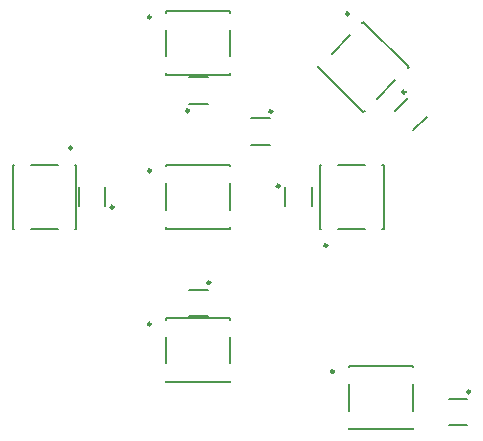
<source format=gto>
G04*
G04 #@! TF.GenerationSoftware,Altium Limited,Altium Designer,24.4.1 (13)*
G04*
G04 Layer_Color=65535*
%FSLAX44Y44*%
%MOMM*%
G71*
G04*
G04 #@! TF.SameCoordinates,67352877-1681-4123-B6E6-81FFD263FBCE*
G04*
G04*
G04 #@! TF.FilePolarity,Positive*
G04*
G01*
G75*
%ADD10C,0.2500*%
%ADD11C,0.2000*%
D10*
X-259750Y137250D02*
G03*
X-259750Y137250I-1250J0D01*
G01*
X-39750Y44750D02*
G03*
X-39750Y44750I-1250J0D01*
G01*
X-310000Y102000D02*
G03*
X-310000Y102000I-1250J0D01*
G01*
X-155000Y62000D02*
G03*
X-155000Y62000I-1250J0D01*
G01*
X-201000Y219000D02*
G03*
X-201000Y219000I-1250J0D01*
G01*
X-310000Y232000D02*
G03*
X-310000Y232000I-1250J0D01*
G01*
X-160750Y168750D02*
G03*
X-160750Y168750I-1250J0D01*
G01*
X-310000Y362000D02*
G03*
X-310000Y362000I-1250J0D01*
G01*
X-376750Y251250D02*
G03*
X-376750Y251250I-1250J0D01*
G01*
X-142362Y364725D02*
G03*
X-142362Y364725I-1250J0D01*
G01*
X-207250Y282250D02*
G03*
X-207250Y282250I-1250J0D01*
G01*
X-94584Y298562D02*
G03*
X-94584Y298562I-1250J0D01*
G01*
X-277750Y282750D02*
G03*
X-277750Y282750I-1250J0D01*
G01*
X-341500Y201000D02*
G03*
X-341500Y201000I-1250J0D01*
G01*
D11*
X-278000Y131250D02*
X-262000D01*
X-278000Y108750D02*
X-262000D01*
X-58000Y38750D02*
X-42000D01*
X-58000Y16250D02*
X-42000D01*
X-297000Y105750D02*
Y107000D01*
Y68750D02*
Y91250D01*
Y53000D02*
Y54250D01*
Y53000D02*
X-243000D01*
Y105750D02*
Y107000D01*
Y68750D02*
Y91250D01*
Y53000D02*
Y54250D01*
X-297000Y107000D02*
X-243000D01*
X-142000Y65750D02*
Y67000D01*
Y28750D02*
Y51250D01*
Y13000D02*
Y14250D01*
Y13000D02*
X-88000D01*
Y65750D02*
Y67000D01*
Y28750D02*
Y51250D01*
Y13000D02*
Y14250D01*
X-142000Y67000D02*
X-88000D01*
X-196250Y202000D02*
Y218000D01*
X-173750Y202000D02*
Y218000D01*
X-297000Y235750D02*
Y237000D01*
Y198750D02*
Y221250D01*
Y183000D02*
Y184250D01*
Y183000D02*
X-243000D01*
Y235750D02*
Y237000D01*
Y198750D02*
Y221250D01*
Y183000D02*
Y184250D01*
X-297000Y237000D02*
X-243000D01*
X-167000Y183000D02*
X-165750D01*
X-151250D02*
X-128750D01*
X-114250D02*
X-113000D01*
Y237000D01*
X-167000D02*
X-165750D01*
X-151250D02*
X-128750D01*
X-114250D02*
X-113000D01*
X-167000Y183000D02*
Y237000D01*
X-297000Y365750D02*
Y367000D01*
Y328750D02*
Y351250D01*
Y313000D02*
Y314250D01*
Y313000D02*
X-243000D01*
Y365750D02*
Y367000D01*
Y328750D02*
Y351250D01*
Y313000D02*
Y314250D01*
X-297000Y367000D02*
X-243000D01*
X-374250Y237000D02*
X-373000D01*
X-411250D02*
X-388750D01*
X-427000D02*
X-425750D01*
X-427000Y183000D02*
Y237000D01*
X-374250Y183000D02*
X-373000D01*
X-411250D02*
X-388750D01*
X-427000D02*
X-425750D01*
X-373000D02*
Y237000D01*
X-130884Y357300D02*
X-130000Y358184D01*
X-157047Y331137D02*
X-141137Y347047D01*
X-168184Y320000D02*
X-167300Y320884D01*
X-168184Y320000D02*
X-130000Y281816D01*
X-92700Y319116D02*
X-91816Y320000D01*
X-118863Y292953D02*
X-102953Y308863D01*
X-130000Y281816D02*
X-129116Y282700D01*
X-130000Y358184D02*
X-91816Y320000D01*
X-225500Y253750D02*
X-209500D01*
X-225500Y276250D02*
X-209500D01*
X-87702Y266388D02*
X-76388Y277702D01*
X-103612Y282298D02*
X-92298Y293612D01*
X-278000Y311250D02*
X-262000D01*
X-278000Y288750D02*
X-262000D01*
X-371250Y202000D02*
Y218000D01*
X-348750Y202000D02*
Y218000D01*
M02*

</source>
